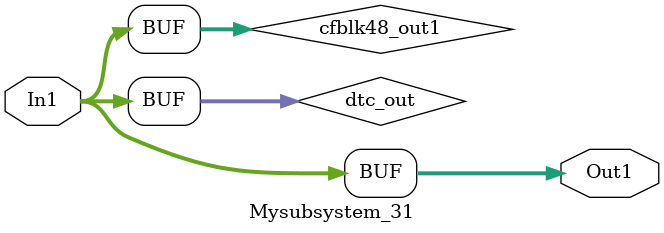
<source format=v>



`timescale 1 ns / 1 ns

module Mysubsystem_31
          (In1,
           Out1);


  input   [7:0] In1;  // uint8
  output  [7:0] Out1;  // uint8


  wire [7:0] dtc_out;  // ufix8
  wire [7:0] cfblk48_out1;  // uint8


  assign dtc_out = In1;



  assign cfblk48_out1 = dtc_out;



  assign Out1 = cfblk48_out1;

endmodule  // Mysubsystem_31


</source>
